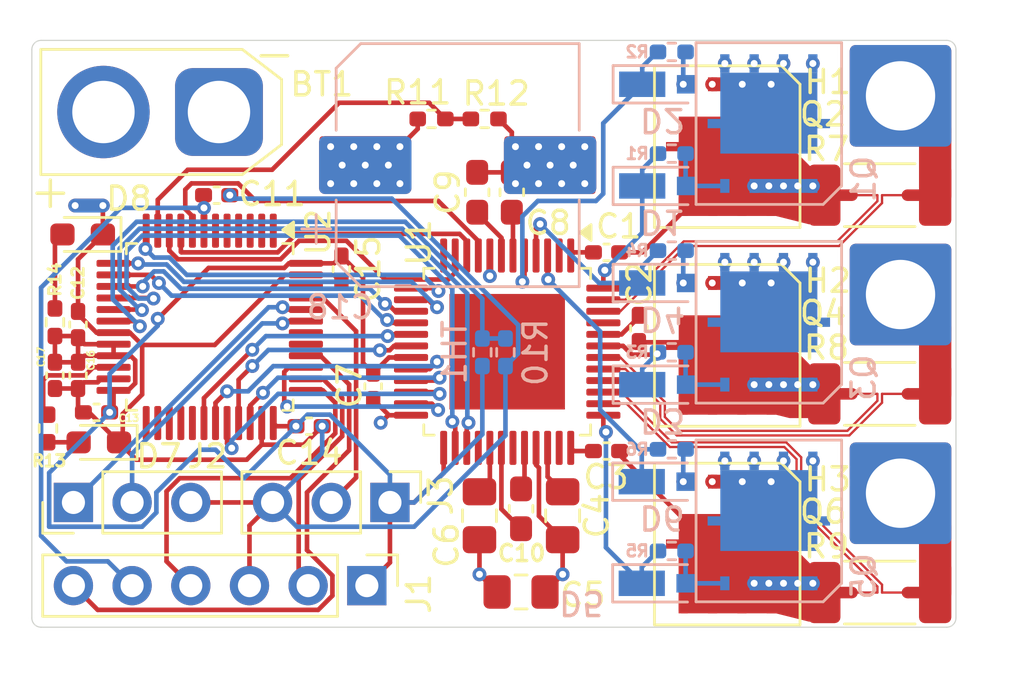
<source format=kicad_pcb>
(kicad_pcb (version 20240108) (generator "pcbnew") (generator_version "8.0")
  (layers (0 "F.Cu" signal) (1 "In1.Cu" power) (2 "In2.Cu" power) (31 "B.Cu" signal) (34 "B.Paste" user) (35 "F.Paste" user) (36 "B.SilkS" user "B.Silkscreen") (37 "F.SilkS" user "F.Silkscreen") (38 "B.Mask" user) (39 "F.Mask" user) (44 "Edge.Cuts" user))
  (net 0 "")
  (net 1 "-BATT")
  (net 2 "+BATT")
  (net 3 "Net-(U1-CU)")
  (net 4 "Net-(U1-CV)")
  (net 5 "Net-(U1-CW)")
  (net 6 "Net-(U1-VCP)")
  (net 7 "Net-(U1-VSA)")
  (net 8 "GND")
  (net 9 "+3V3")
  (net 10 "Net-(U1-12VOUT)")
  (net 11 "Net-(U1-5VOUT)")
  (net 12 "Net-(U1-CPI)")
  (net 13 "Net-(U1-CPO)")
  (net 14 "/NRST")
  (net 15 "Net-(D1-A)")
  (net 16 "/HSU")
  (net 17 "Net-(D2-A)")
  (net 18 "/LSU")
  (net 19 "Net-(D3-A)")
  (net 20 "/HSV")
  (net 21 "/LSV")
  (net 22 "Net-(D4-A)")
  (net 23 "/HSW")
  (net 24 "Net-(D5-A)")
  (net 25 "/LSW")
  (net 26 "Net-(D6-A)")
  (net 27 "/SWDIO")
  (net 28 "/SWCLK")
  (net 29 "/SWO")
  (net 30 "/TX")
  (net 31 "/RX")
  (net 32 "/BOOT")
  (net 33 "/U Phase")
  (net 34 "/V Phase")
  (net 35 "/W Phase")
  (net 36 "/U Out")
  (net 37 "/V Out")
  (net 38 "/W Out")
  (net 39 "/Temp")
  (net 40 "/VBat")
  (net 42 "/MOSI")
  (net 43 "/WL")
  (net 44 "/U Cur")
  (net 46 "/W Cur")
  (net 52 "/V Cur")
  (net 55 "/UH")
  (net 56 "/SCK")
  (net 57 "/MISO")
  (net 60 "/VH")
  (net 61 "/Enable")
  (net 62 "/CS")
  (net 64 "/VL")
  (net 65 "/Fault")
  (net 67 "/WH")
  (net 69 "/UL")
  (net 71 "Net-(D7-A)")
  (net 72 "Net-(D8-A)")
  (net 73 "Net-(U2-PB10)")
  (net 74 "/U Sense-")
  (net 75 "/V Sense-")
  (net 76 "/W Sense-")
  (net 77 "/U Sense+")
  (net 78 "/V Sense+")
  (net 79 "/W Sense+")
  (footprint "Resistor_SMD:R_2010_5025Metric_Pad1.40x2.65mm_HandSolder" (layer "F.Cu") (at 136.7 115.3)
    (property "Reference" "R8")
    (property "Value" "1m_1%_1W5")
  )
  (footprint "Diode_SMD:D_0603_1608Metric_Pad1.05x0.95mm_HandSolder" (layer "F.Cu") (at 102.9 117.4 180)
    (property "Reference" "D7")
    (property "Value" "LED")
  )
  (footprint "Capacitor_SMD:C_0402_1005Metric_Pad0.74x0.62mm_HandSolder" (layer "F.Cu") (at 102 112.3 90)
    (property "Reference" "C12")
    (property "Value" "100n")
  )
  (footprint "NetTie:NetTie-2_SMD_Pad0.5mm" (layer "F.Cu") (at 138.4 115.3)
    (property "Reference" "NT4" (hide yes))
    (property "Value" "NetTie_2" (hide yes))
  )
  (footprint "NetTie:NetTie-2_SMD_Pad0.5mm" (layer "F.Cu") (at 138.4 123.9)
    (property "Reference" "NT6" (hide yes))
    (property "Value" "NetTie_2" (hide yes))
  )
  (footprint "Package_QFP:LQFP-48_7x7mm_P0.5mm" (layer "F.Cu") (at 107.7 112.4 -90)
    (property "Reference" "U2")
    (property "Value" "STM32G491CET6")
  )
  (footprint "Package_QFP:TQFP-48-1EP_7x7mm_P0.5mm_EP5x5mm" (layer "F.Cu") (at 120.575 113.475 -90)
    (property "Reference" "U1")
    (property "Value" "~")
  )
  (footprint "Connector_Wire:SolderWire-2.5sqmm_1x01_D2.4mm_OD4.4mm" (layer "F.Cu") (at 137.6 111)
    (property "Reference" "H2")
    (property "Value" "V Phase Hole")
  )
  (footprint "NetTie:NetTie-2_SMD_Pad0.5mm" (layer "F.Cu") (at 135 115.3)
    (property "Reference" "NT3" (hide yes))
    (property "Value" "NetTie_2" (hide yes))
  )
  (footprint "Capacitor_SMD:C_0402_1005Metric_Pad0.74x0.62mm_HandSolder" (layer "F.Cu") (at 102.8 116.1 180)
    (property "Reference" "C13")
    (property "Value" "100n")
  )
  (footprint "Capacitor_SMD:C_0603_1608Metric_Pad1.08x0.95mm_HandSolder" (layer "F.Cu") (at 120.775 106.575 -90)
    (property "Reference" "C8")
    (property "Value" "4u7")
  )
  (footprint "Brushless ESC:2-5Q1S" (layer "F.Cu") (at 130.1 113.2 180)
    (property "Reference" "Q4")
    (property "Value" "Q_NMOS_SGD")
  )
  (footprint "Capacitor_SMD:C_0402_1005Metric_Pad0.74x0.62mm_HandSolder" (layer "F.Cu") (at 114.775 114.975 -90)
    (property "Reference" "C7")
    (property "Value" "100n")
  )
  (footprint "Diode_SMD:D_0603_1608Metric_Pad1.05x0.95mm_HandSolder" (layer "F.Cu") (at 102.2 108.4 180)
    (property "Reference" "D8")
    (property "Value" "LED")
  )
  (footprint "Resistor_SMD:R_0402_1005Metric_Pad0.72x0.64mm_HandSolder" (layer "F.Cu") (at 101 112.2 -90)
    (property "Reference" "R14")
    (property "Value" "43R")
  )
  (footprint "Connector_Wire:SolderWire-2.5sqmm_1x01_D2.4mm_OD4.4mm" (layer "F.Cu") (at 137.6 102.4)
    (property "Reference" "H1")
    (property "Value" "U Phase Hole")
  )
  (footprint "Capacitor_SMD:C_0603_1608Metric_Pad1.08x0.95mm_HandSolder" (layer "F.Cu") (at 119.275 106.575 -90)
    (property "Reference" "C9")
    (property "Value" "2u2")
  )
  (footprint "Connector_Wire:SolderWire-2.5sqmm_1x01_D2.4mm_OD4.4mm" (layer "F.Cu") (at 137.6 119.6)
    (property "Reference" "H3")
    (property "Value" "W Phase Hole")
  )
  (footprint "Brushless ESC:2-5Q1S" (layer "F.Cu") (at 130.1 104.6 180)
    (property "Reference" "Q2")
    (property "Value" "Q_NMOS_SGD")
  )
  (footprint "NetTie:NetTie-2_SMD_Pad0.5mm" (layer "F.Cu") (at 138.4 106.7)
    (property "Reference" "NT2" (hide yes))
    (property "Value" "NetTie_2" (hide yes))
  )
  (footprint "Capacitor_SMD:C_0402_1005Metric_Pad0.74x0.62mm_HandSolder" (layer "F.Cu") (at 126.275 112.4675 -90)
    (property "Reference" "C2")
    (property "Value" "470n")
  )
  (footprint "Connector_PinHeader_2.54mm:PinHeader_1x03_P2.54mm_Vertical" (layer "F.Cu") (at 101.8 120 90)
    (property "Reference" "J2")
    (property "Value" "Conn_01x03")
  )
  (footprint "NetTie:NetTie-2_SMD_Pad0.5mm" (layer "F.Cu") (at 135 106.7)
    (property "Reference" "NT1" (hide yes))
    (property "Value" "NetTie_2" (hide yes))
  )
  (footprint "NetTie:NetTie-2_SMD_Pad0.5mm" (layer "F.Cu") (at 135 123.9)
    (property "Reference" "NT5" (hide yes))
    (property "Value" "NetTie_2" (hide yes))
  )
  (footprint "NetTie:NetTie-2_THT_Pad0.3mm" (layer "F.Cu") (at 103.074264 107.15 180)
    (property "Reference" "NT7" (hide yes))
    (property "Value" "NetTie_2" (hide yes))
  )
  (footprint "Capacitor_SMD:C_0805_2012Metric_Pad1.18x1.45mm_HandSolder" (layer "F.Cu") (at 121.175 123.875)
    (property "Reference" "C5")
    (property "Value" "100n")
  )
  (footprint "Capacitor_SMD:C_0402_1005Metric_Pad0.74x0.62mm_HandSolder" (layer "F.Cu") (at 102 114.5 -90)
    (property "Reference" "C16")
    (property "Value" "1u")
  )
  (footprint "Resistor_SMD:R_2010_5025Metric_Pad1.40x2.65mm_HandSolder" (layer "F.Cu") (at 136.7 106.7)
    (property "Reference" "R7")
    (property "Value" "1m_1%_1W5")
  )
  (footprint "Connector_PinHeader_2.54mm:PinHeader_1x03_P2.54mm_Vertical" (layer "F.Cu") (at 115.5 120 -90)
    (property "Reference" "J3")
    (property "Value" "Conn_01x03")
  )
  (footprint "Resistor_SMD:R_0402_1005Metric_Pad0.72x0.64mm_HandSolder" (layer "F.Cu") (at 100.7 116.7975 90)
    (property "Reference" "R13")
    (property "Value" "43R")
  )
  (footprint "Capacitor_SMD:C_0402_1005Metric_Pad0.74x0.62mm_HandSolder" (layer "F.Cu") (at 108 106.7)
    (property "Reference" "C11")
    (property "Value" "100n")
  )
  (footprint "Capacitor_SMD:C_0603_1608Metric_Pad1.08x0.95mm_HandSolder" (layer "F.Cu") (at 121.175 120.275 90)
    (property "Reference" "C10")
    (property "Value" "22n")
  )
  (footprint "Resistor_SMD:R_0402_1005Metric_Pad0.72x0.64mm_HandSolder" (layer "F.Cu") (at 117.3 103.4)
    (property "Reference" "R11")
    (property "Value" "21k_1%")
  )
  (footprint "Capacitor_SMD:C_0402_1005Metric_Pad0.74x0.62mm_HandSolder" (layer "F.Cu") (at 113.4 109.9 -90)
    (property "Reference" "C15")
    (property "Value" "100n")
  )
  (footprint "Resistor_SMD:R_2010_5025Metric_Pad1.40x2.65mm_HandSolder" (layer "F.Cu") (at 136.7 123.9)
    (property "Reference" "R9")
    (property "Value" "1m_1%_1W5")
  )
  (footprint "Connector_PinHeader_2.54mm:PinHeader_1x06_P2.54mm_Vertical" (layer "F.Cu") (at 114.5 123.6 -90)
    (property "Reference" "J1")
    (property "Value" "Conn_01x06")
  )
  (footprint "Connector_AMASS:AMASS_XT30U-F_1x02_P5.0mm_Vertical" (layer "F.Cu") (at 108.1 103.1 180)
    (property "Reference" "BT1")
    (property "Value" "Battery")
  )
  (footprint "Capacitor_SMD:C_0805_2012Metric_Pad1.18x1.45mm_HandSolder" (layer "F.Cu") (at 119.375 120.575 90)
    (property "Reference" "C6")
    (property "Value" "100n")
  )
  (footprint "Brushless ESC:2-5Q1S" (layer "F.Cu") (at 130.1 121.8 180)
    (property "Reference" "Q6")
    (property "Value" "Q_NMOS_SGD")
  )
  (footprint "Capacitor_SMD:C_0805_2012Metric_Pad1.18x1.45mm_HandSolder" (layer "F.Cu") (at 122.975 120.575 -90)
    (property "Reference" "C4")
    (property "Value" "100n")
  )
  (footprint "Capacitor_SMD:C_0402_1005Metric_Pad0.74x0.62mm_HandSolder" (layer "F.Cu") (at 124.875 117.775)
    (property "Reference" "C3")
    (property "Value" "470n")
  )
  (footprint "Resistor_SMD:R_0402_1005Metric_Pad0.72x0.64mm_HandSolder" (layer "F.Cu") (at 119.6 103.4)
    (property "Reference" "R12")
    (property "Value" "1k_1%")
  )
  (footprint "Capacitor_SMD:C_0402_1005Metric_Pad0.74x0.62mm_HandSolder" (layer "F.Cu") (at 124.875 109.175)
    (property "Reference" "C1")
    (property "Value" "470n")
  )
  (footprint "Capacitor_SMD:C_0402_1005Metric_Pad0.74x0.62mm_HandSolder" (layer "F.Cu") (at 101 114.5 -90)
    (property "Reference" "C17")
    (property "Value" "10u")
  )
  (footprint "Capacitor_SMD:C_0402_1005Metric_Pad0.74x0.62mm_HandSolder" (layer "F.Cu") (at 112 116.7)
    (property "Reference" "C14")
    (property "Value" "100n")
  )
  (footprint "Resistor_SMD:R_0402_1005Metric_Pad0.72x0.64mm_HandSolder" (layer "B.Cu") (at 127.7 113.5)
    (property "Reference" "R3")
    (property "Value" "10")
  )
  (footprint "Resistor_SMD:R_0402_1005Metric_Pad0.72x0.64mm_HandSolder" (layer "B.Cu") (at 127.7 117.7)
    (property "Reference" "R6")
    (property "Value" "10")
  )
  (footprint "Capacitor_SMD:CP_Elec_10x10" (layer "B.Cu") (at 118.4325 105.4)
    (property "Reference" "C18")
    (property "Value" "100u")
  )
  (footprint "Diode_SMD:D_MicroSMP_AK" (layer "B.Cu") (at 127.3 110.5)
    (property "Reference" "D4")
    (property "Value" "MSS1P3L")
  )
  (footprint "Resistor_SMD:R_0402_1005Metric_Pad0.72x0.64mm_HandSolder" (layer "B.Cu") (at 127.7 104.9)
    (property "Reference" "R1")
    (property "Value" "10")
  )
  (footprint "Resistor_SMD:R_0402_1005Metric_Pad0.72x0.64mm_HandSolder" (layer "B.Cu") (at 127.7 109.1)
    (property "Reference" "R4")
    (property "Value" "10")
  )
  (footprint "Resistor_SMD:R_0402_1005Metric_Pad0.72x0.64mm_HandSolder" (layer "B.Cu") (at 127.7 100.5)
    (property "Reference" "R2")
    (property "Value" "10")
  )
  (footprint "Resistor_SMD:R_0402_1005Metric_Pad0.72x0.64mm_HandSolder" (layer "B.Cu") (at 127.7 122.1)
    (property "Reference" "R5")
    (property "Value" "10")
  )
  (footprint "Diode_SMD:D_MicroSMP_AK" (layer "B.Cu") (at 127.3 106.3)
    (property "Reference" "D1")
    (property "Value" "MSS1P3L")
  )
  (footprint "Diode_SMD:D_MicroSMP_AK" (layer "B.Cu") (at 127.28 123.5)
    (property "Reference" "D5")
    (property "Value" "MSS1P3L")
  )
  (footprint "Resistor_SMD:R_0402_1005Metric_Pad0.72x0.64mm_HandSolder" (layer "B.Cu") (at 119.5 113.5 90)
    (property "Reference" "R10")
    (property "Value" "2k2_1%")
  )
  (footprint "Diode_SMD:D_MicroSMP_AK" (layer "B.Cu") (at 127.3 114.9)
    (property "Reference" "D3")
    (property "Value" "MSS1P3L")
  )
  (footprint "Brushless ESC:2-5Q1S" (layer "B.Cu") (at 131.9 103.6 180)
    (property "Reference" "Q1")
    (property "Value" "Q_NMOS_SGD")
  )
  (footprint "Brushless ESC:2-5Q1S" (layer "B.Cu") (at 131.9 120.8 180)
    (property "Reference" "Q5")
    (property "Value" "Q_NMOS_SGD")
  )
  (footprint "Resistor_SMD:R_0402_1005Metric_Pad0.72x0.64mm_HandSolder" (layer "B.Cu") (at 120.5 113.5 -90)
    (property "Reference" "TH1")
    (property "Value" "NTCG103JF103")
  )
  (footprint "Diode_SMD:D_MicroSMP_AK" (layer "B.Cu") (at 127.28 119.1)
    (property "Reference" "D6")
    (property "Value" "MSS1P3L")
  )
  (footprint "Diode_SMD:D_MicroSMP_AK" (layer "B.Cu") (at 127.3 101.9)
    (property "Reference" "D2")
    (property "Value" "MSS1P3L")
  )
  (footprint "Brushless ESC:2-5Q1S" (layer "B.Cu") (at 131.9 112.2 180)
    (property "Reference" "Q3")
    (property "Value" "Q_NMOS_SGD")
  )
  (gr_arc (start 140 125) (mid 139.882843 125.282843) (end 139.6 125.4) (stroke (width 0.05)) (layer "Edge.Cuts"))
  (gr_line (start 139.6 125.4) (end 100.4 125.4) (stroke (width 0.05)) (layer "Edge.Cuts"))
  (gr_line (start 100 125) (end 100 100.4) (stroke (width 0.05)) (layer "Edge.Cuts"))
  (gr_arc (start 100.4 125.4) (mid 100.117157 125.282843) (end 100 125) (stroke (width 0.05)) (layer "Edge.Cuts"))
  (gr_arc (start 100 100.4) (mid 100.117157 100.117157) (end 100.4 100) (stroke (width 0.05)) (layer "Edge.Cuts"))
  (gr_arc (start 139.6 100) (mid 139.882843 100.117157) (end 140 100.4) (stroke (width 0.05)) (layer "Edge.Cuts"))
  (gr_line (start 100.4 100) (end 139.6 100) (stroke (width 0.05)) (layer "Edge.Cuts"))
  (gr_line (start 140 100.4) (end 140 125) (stroke (width 0.05)) (layer "Edge.Cuts"))
  (segment (start 115.425 116.225) (end 115.1 116.55) (width 0.2) (layer "F.Cu") (net 1))
  (segment (start 120.775 103.9775) (end 120.1975 103.4) (width 0.2) (layer "F.Cu") (net 1))
  (segment (start 120.775 105.712499) (end 120.775 103.9775) (width 0.2) (layer "F.Cu") (net 1))
  (segment (start 129.45 101.9) (end 132 101.9) (width 0.6) (layer "F.Cu") (net 1))
  (segment (start 115.4575 116.225) (end 115.425 116.225) (width 0.2) (layer "F.Cu") (net 1))
  (segment (start 129.45 110.5) (end 132 110.5) (width 0.6) (layer "F.Cu") (net 1))
  (segment (start 120.775 105.712499) (end 119.275 105.712499) (width 0.2) (layer "F.Cu") (net 1))
  (segment (start 119.375 123.1125) (end 120.1375 123.875) (width 0.2) (layer "F.Cu") (net 1))
  (segment (start 119.825 110.2) (end 119.825 109.3125) (width 0.2) (layer "F.Cu") (net 1))
  (segment (start 119.375 121.6125) (end 119.375 123.1125) (width 0.2) (layer "F.Cu") (net 1))
  (segment (start 129.45 119.1) (end 132 119.1) (width 0.6) (layer "F.Cu") (net 1))
  (segment (start 114.775 115.5425) (end 115.4575 116.225) (width 0.2) (layer "F.Cu") (net 1))
  (segment (start 115.4575 116.225) (end 116.4125 116.225) (width 0.2) (layer "F.Cu") (net 1))
  (via (at 119.825 110.2) (size 0.6) (drill 0.3) (layers "F.Cu" "B.Cu") (net 1))
  (via blind (at 129.45 110.5) (size 0.6) (drill 0.3) (layers "F.Cu" "In1.Cu") (net 1))
  (via blind (at 132 101.9) (size 0.6) (drill 0.3) (layers "F.Cu" "In1.Cu") (net 1))
  (via (at 115.1 116.55) (size 0.6) (drill 0.3) (layers "F.Cu" "B.Cu") (net 1))
  (via (at 119.375 123.1125) (size 0.6) (drill 0.3) (layers "F.Cu" "B.Cu") (net 1))
  (via blind (at 130.75 101.9) (size 0.6) (drill 0.3) (layers "F.Cu" "In1.Cu") (net 1))
  (via blind (at 130.75 110.5) (size 0.6) (drill 0.3) (layers "F.Cu" "In1.Cu") (net 1))
  (via blind (at 129.45 119.1) (size 0.6) (drill 0.3) (layers "F.Cu" "In1.Cu") (net 1))
  (via blind (at 132 110.5) (size 0.6) (drill 0.3) (layers "F.Cu" "In1.Cu") (net 1))
  (via blind (at 132 119.1) (size 0.6) (drill 0.3) (layers "F.Cu" "In1.Cu") (net 1))
  (via blind (at 130.75 119.1) (size 0.6) (drill 0.3) (layers "F.Cu" "In1.Cu") (net 1))
  (via blind (at 129.45 101.9) (size 0.6) (drill 0.3) (layers "F.Cu" "In1.Cu") (net 1))
  (segment (start 121.824999 117.6375) (end 121.824999 118.374999) (width 0.2) (layer "F.Cu") (net 2))
  (segment (start 122.975 121.6125) (end 122.975 123.1125) (width 0.2) (layer "F.Cu") (net 2))
  (segment (start 121.95 118.5) (end 121.95 120.5875) (width 0.2) (layer "F.Cu") (net 2))
  (segment (start 122.975 123.1125) (end 122.2125 123.875) (width 0.2) (layer "F.Cu") (net 2))
  (segment (start 116.7025 103.4) (end 116.7025 103.83) (width 0.2) (layer "F.Cu") (net 2))
  (segment (start 121.824999 118.374999) (end 121.95 118.5) (width 0.2) (layer "F.Cu") (net 2))
  (segment (start 121.95 120.5875) (end 122.975 121.6125) (width 0.2) (layer "F.Cu") (net 2))
  (segment (start 116.7025 103.83) (end 115.9325 104.6) (width 0.2) (layer "F.Cu") (net 2))
  (via (at 131.265 118.2) (size 0.6) (drill 0.3) (layers "F.Cu" "B.Cu") (net 2))
  (via (at 132.535 118.2) (size 0.6) (drill 0.3) (layers "F.Cu" "B.Cu") (net 2))
  (via (at 133.805 101) (size 0.6) (drill 0.3) (layers "F.Cu" "B.Cu") (net 2))
  (via (at 129.995 109.6) (size 0.6) (drill 0.3) (layers "F.Cu" "B.Cu") (net 2))
  (via (at 129.995 101) (size 0.6) (drill 0.3) (layers "F.Cu" "B.Cu") (net 2))
  (via (at 122.975 123.1125) (size 0.6) (drill 0.3) (layers "F.Cu" "B.Cu") (net 2))
  (via (at 132.535 109.6) (size 0.6) (drill 0.3) (layers "F.Cu" "B.Cu") (net 2))
  (via (at 132.535 101) (size 0.6) (drill 0.3) (layers "F.Cu" "B.Cu") (net 2))
  (via (at 133.805 109.6) (size 0.6) (drill 0.3) (layers "F.Cu" "B.Cu") (net 2))
  (via (at 133.805 118.2) (size 0.6) (drill 0.3) (layers "F.Cu" "B.Cu") (net 2))
  (via (at 131.265 109.6) (size 0.6) (drill 0.3) (layers "F.Cu" "B.Cu") (net 2))
  (via (at 131.265 101) (size 0.6) (drill 0.3) (layers "F.Cu" "B.Cu") (net 2))
  (via (at 129.995 118.2) (size 0.6) (drill 0.3) (layers "F.Cu" "B.Cu") (net 2))
  (segment (start 123.4625 109.175) (end 123.325 109.3125) (width 0.2) (layer "F.Cu") (net 3))
  (segment (start 124.3075 109.175) (end 123.4625 109.175) (width 0.2) (layer "F.Cu") (net 3))
  (segment (start 125.525 112.725) (end 126.275 111.975) (width 0.2) (layer "F.Cu") (net 4))
  (segment (start 126.275 111.975) (end 126.275 111.9325) (width 0.2) (layer "F.Cu") (net 4))
  (segment (start 124.7375 112.725) (end 125.525 112.725) (width 0.2) (layer "F.Cu") (net 4))
  (segment (start 124.3075 117.775) (end 123.4625 117.775) (width 0.2) (layer "F.Cu") (net 5))
  (segment (start 123.4625 117.775) (end 123.325 117.6375) (width 0.2) (layer "F.Cu") (net 5))
  (segment (start 122.325 117.6375) (end 122.325 118.8875) (width 0.2) (layer "F.Cu") (net 6))
  (segment (start 122.325 118.8875) (end 122.975 119.5375) (width 0.2) (layer "F.Cu") (net 6))
  (segment (start 119.825 117.6375) (end 119.825 119.0875) (width 0.2) (layer "F.Cu") (net 7))
  (segment (start 119.825 119.0875) (end 119.375 119.5375) (width 0.2) (layer "F.Cu") (net 7))
  (segment (start 103.774999 117.4) (end 103.935 117.239999) (width 0.2) (layer "F.Cu") (net 8))
  (segment (start 109.420001 121) (end 110.420001 120) (width 0.2) (layer "F.Cu") (net 8))
  (segment (start 109.95 117.5) (end 111.7675 117.5) (width 0.2) (layer "F.Cu") (net 8))
  (segment (start 109.3 118.15) (end 109.95 117.5) (width 0.2) (layer "F.Cu") (net 8))
  (segment (start 111.8625 110.15) (end 113.0825 110.15) (width 0.2) (layer "F.Cu") (net 8))
  (segment (start 103 114.65) (end 102.85 114.8) (width 0.2) (layer "F.Cu") (net 8))
  (segment (start 103.5375 112.65) (end 102.800001 112.65) (width 0.2) (layer "F.Cu") (net 8))
  (segment (start 107.917893 113.182107) (end 110.95 110.15) (width 0.2) (layer "F.Cu") (net 8))
  (segment (start 103.074999 108.4) (end 102 109.474999) (width 0.2) (layer "F.Cu") (net 8))
  (segment (start 103.935 117.239999) (end 103.935 116.165) (width 0.2) (layer "F.Cu") (net 8))
  (segment (start 104.242893 112.65) (end 103.5375 112.65) (width 0.2) (layer "F.Cu") (net 8))
  (segment (start 102.85 114.8) (end 102.2675 114.8) (width 0.2) (layer "F.Cu") (net 8))
  (segment (start 102.2675 114.8) (end 102 115.0675) (width 0.2) (layer "F.Cu") (net 8))
  (segment (start 104.775 113.182107) (end 107.917893 113.182107) (width 0.2) (layer "F.Cu") (net 8))
  (segment (start 110.95 110.15) (end 111.8625 110.15) (width 0.2) (layer "F.Cu") (net 8))
  (segment (start 104.775 115.325) (end 104.775 113.182107) (width 0.2) (layer "F.Cu") (net 8))
  (segment (start 103.074999 108.4) (end 103.074999 107.150735) (width 0.2) (layer "F.Cu") (net 8))
  (segment (start 110.420001 120) (end 106.879999 120) (width 0.2) (layer "F.Cu") (net 8))
  (segment (start 103.5375 114.65) (end 103 114.65) (width 0.2) (layer "F.Cu") (net 8))
  (segment (start 109.95 117.5) (end 109.95 116.5625) (width 0.2) (layer "F.Cu") (net 8))
  (segment (start 103.935 116.165) (end 104.775 115.325) (width 0.2) (layer "F.Cu") (net 8))
  (segment (start 102 115.0675) (end 102 115.8675) (width 0.2) (layer "F.Cu") (net 8))
  (segment (start 113.0825 110.15) (end 113.4 110.4675) (width 0.2) (layer "F.Cu") (net 8))
  (segment (start 111.7675 117.5) (end 112.5675 116.7) (width 0.2) (layer "F.Cu") (net 8))
  (segment (start 104.524999 118.15) (end 109.3 118.15) (width 0.2) (layer "F.Cu") (net 8))
  (segment (start 103.774999 117.4) (end 104.524999 118.15) (width 0.2) (layer "F.Cu") (net 8))
  (segment (start 102.800001 112.65) (end 102 111.849999) (width 0.2) (layer "F.Cu") (net 8))
  (segment (start 102 111.849999) (end 102 111.7325) (width 0.2) (layer "F.Cu") (net 8))
  (segment (start 102.2325 116.1) (end 102.474999 116.1) (width 0.2) (layer "F.Cu") (net 8))
  (segment (start 102 109.474999) (end 102 111.7325) (width 0.2) (layer "F.Cu") (net 8))
  (segment (start 109.420001 123.6) (end 109.420001 121) (width 0.2) (layer "F.Cu") (net 8))
  (segment (start 103.074999 107.150735) (end 103.074264 107.15) (width 0.2) (layer "F.Cu") (net 8))
  (segment (start 102 115.8675) (end 102.2325 116.1) (width 0.2) (layer "F.Cu") (net 8))
  (segment (start 104.775 113.182107) (end 104.242893 112.65) (width 0.2) (layer "F.Cu") (net 8))
  (segment (start 102.474999 116.1) (end 103.774999 117.4) (width 0.2) (layer "F.Cu") (net 8))
  (segment (start 101 115.0675) (end 102 115.0675) (width 0.2) (layer "F.Cu") (net 8))
  (via (at 108.5675 106.7) (size 0.6) (drill 0.3) (layers "F.Cu" "B.Cu") (net 8))
  (via (at 112.5675 116.7) (size 0.6) (drill 0.3) (layers "F.Cu" "B.Cu") (net 8))
  (segment (start 111.470001 121.05) (end 110.420001 120) (width 0.2) (layer "B.Cu") (net 8))
  (segment (start 112.5675 117.852501) (end 112.5675 116.7) (width 0.2) (layer "B.Cu") (net 8))
  (segment (start 108.7175 106.85) (end 115.579899 106.85) (width 0.2) (layer "B.Cu") (net 8))
  (segment (start 108.5675 106.7) (end 108.7175 106.85) (width 0.2) (layer "B.Cu") (net 8))
  (segment (start 121.05 113.5475) (end 120.5 114.0975) (width 0.2) (layer "B.Cu") (net 8))
  (segment (start 121.05 112.320101) (end 121.05 113.5475) (width 0.2) (layer "B.Cu") (net 8))
  (segment (start 115.579899 106.85) (end 121.05 112.320101) (width 0.2) (layer "B.Cu") (net 8))
  (segment (start 120.5 114.0975) (end 120.5 117.1) (width 0.2) (layer "B.Cu") (net 8))
  (segment (start 116.55 121.05) (end 111.470001 121.05) (width 0.2) (layer "B.Cu") (net 8))
  (segment (start 110.420001 120) (end 112.5675 117.852501) (width 0.2) (layer "B.Cu") (net 8))
  (segment (start 120.5 117.1) (end 116.55 121.05) (width 0.2) (layer "B.Cu") (net 8))
  (segment (start 114.335 110.2675) (end 113.4 109.3325) (width 0.2) (layer "F.Cu") (net 9))
  (segment (start 115.5 122.6) (end 114.5 123.6) (width 0.2) (layer "F.Cu") (net 9))
  (segment (start 102.2825 113.15) (end 102 112.8675) (width 0.2) (layer "F.Cu") (net 9))
  (segment (start 111.4325 116.7) (end 110.5875 116.7) (width 0.2) (layer "F.Cu") (net 9))
  (segment (start 101 113.9325) (end 102 113.9325) (width 0.2) (layer "F.Cu") (net 9))
  (segment (start 116.4125 113.725) (end 115.4575 113.725) (width 0.2) (layer "F.Cu") (net 9))
  (segment (start 111.8625 109.65) (end 113.0825 109.65) (width 0.2) (layer "F.Cu") (net 9))
  (segment (start 117.825 117.6375) (end 117.825 118.725) (width 0.2) (layer "F.Cu") (net 9))
  (segment (start 117.825 118.725) (end 117.8 118.75) (width 0.2) (layer "F.Cu") (net 9))
  (segment (start 103.5375 113.649999) (end 103.5375 113.15) (width 0.2) (layer "F.Cu") (net 9))
  (segment (start 103.5375 113.649999) (end 102.282501 113.649999) (width 0.2) (layer "F.Cu") (net 9))
  (segment (start 101 112.7975) (end 101.93 112.7975) (width 0.2) (layer "F.Cu") (net 9))
  (segment (start 101.93 112.7975) (end 102 112.8675) (width 0.2) (layer "F.Cu") (net 9))
  (segment (start 101 113.9325) (end 101 112.7975) (width 0.2) (layer "F.Cu") (net 9))
  (segment (start 111.8625 109.65) (end 111.125001 109.65) (width 0.2) (layer "F.Cu") (net 9))
  (segment (start 113.0825 109.65) (end 113.4 109.3325) (width 0.2) (layer "F.Cu") (net 9))
  (segment (start 116.55 120) (end 117.8 118.75) (width 0.2) (layer "F.Cu") (net 9))
  (segment (start 110.5875 116.7) (end 110.45 116.5625) (width 0.2) (layer "F.Cu") (net 9))
  (segment (start 102 113.9325) (end 102 112.8675) (width 0.2) (layer "F.Cu") (net 9))
  (segment (start 104.274999 113.649999) (end 104.475 113.85) (width 0.2) (layer "F.Cu") (net 9))
  (segment (start 114.335 113.9675) (end 114.335 110.2675) (width 0.2) (layer "F.Cu") (net 9))
  (segment (start 114.775 114.4075) (end 114.335 113.9675) (width 0.2) (layer "F.Cu") (net 9))
  (segment (start 107.65 109.85) (end 105.45 112.05) (width 0.2) (layer "F.Cu") (net 9))
  (segment (start 103.5375 115.93) (end 103.3675 116.1) (width 0.2) (layer "F.Cu") (net 9))
  (segment (start 115.4575 113.725) (end 114.775 114.4075) (width 0.2) (layer "F.Cu") (net 9))
  (segment (start 104.475 113.85) (end 104.475 114.840988) (width 0.2) (layer "F.Cu") (net 9))
  (segment (start 103.5375 115.15) (end 103.5375 115.93) (width 0.2) (layer "F.Cu") (net 9))
  (segment (start 104.475 114.840988) (end 104.165988 115.15) (width 0.2) (layer "F.Cu") (net 9))
  (segment (start 110.925001 109.85) (end 107.65 109.85) (width 0.2) (layer "F.Cu") (net 9))
  (segment (start 102.282501 113.649999) (end 102 113.9325) (width 0.2) (layer "F.Cu") (net 9))
  (segment (start 111.125001 109.65) (end 110.925001 109.85) (width 0.2) (layer "F.Cu") (net 9))
  (segment (start 115.5 120) (end 115.5 122.6) (width 0.2) (layer "F.Cu") (net 9))
  (segment (start 115.5 120) (end 116.55 120) (width 0.2) (layer "F.Cu") (net 9))
  (segment (start 103.5375 113.15) (end 102.2825 113.15) (width 0.2) (layer "F.Cu") (net 9))
  (segment (start 104.165988 115.15) (end 103.5375 115.15) (width 0.2) (layer "F.Cu") (net 9))
  (segment (start 103.5375 113.649999) (end 104.274999 113.649999) (width 0.2) (layer "F.Cu") (net 9))
  (via (at 111.4325 116.7) (size 0.6) (drill 0.3) (layers "F.Cu" "B.Cu") (net 9))
  (via (at 103.3675 116.1) (size 0.6) (drill 0.3) (layers "F.Cu" "B.Cu") (net 9))
  (via (at 105.45 112.05) (size 0.6) (drill 0.3) (layers "F.Cu" "B.Cu") (net 9))
  (segment (start 112.9 116.2) (end 115.5 118.8) (width 0.2) (layer "B.Cu") (net 9))
  (segment (start 111.4325 116.7) (end 109.1825 118.95) (width 0.2) (layer "B.Cu") (net 9))
  (segment (start 100.75 118.7175) (end 103.3675 116.1) (width 0.2) (layer "B.Cu") (net 9))
  (segment (start 105.45 112.05) (end 105.45 112.35) (width 0.2) (layer "B.Cu") (net 9))
  (segment (start 109.1825 118.95) (end 107.95 117.7175) (width 0.2) (layer "B.Cu") (net 9))
  (segment (start 100.75 121.05) (end 100.75 118.7175) (width 0.2) (layer "B.Cu") (net 9))
  (segment (start 111.9325 116.2) (end 112.9 116.2) (width 0.2) (layer "B.Cu") (net 9))
  (segment (start 119.5 117.05) (end 116.55 120) (width 0.2) (layer "B.Cu") (net 9))
  (segment (start 119.5 114.0975) (end 119.5 117.05) (width 0.2) (layer "B.Cu") (net 9))
  (segment (start 105.45 112.35) (end 103.3675 114.4325) (width 0.2) (layer "B.Cu") (net 9))
  (segment (start 105.39 120.434925) (end 104.774925 121.05) (width 0.2) (layer "B.Cu") (net 9))
  (segment (start 107.95 117.7175) (end 107.237575 117.7175) (width 0.2) (layer "B.Cu") (net 9))
  (segment (start 103.3675 114.4325) (end 103.3675 116.1) (width 0.2) (layer "B.Cu") (net 9))
  (segment (start 107.237575 117.7175) (end 105.39 119.565075) (width 0.2) (layer "B.Cu") (net 9))
  (segment (start 104.774925 121.05) (end 100.75 121.05) (width 0.2) (layer "B.Cu") (net 9))
  (segment (start 116.55 120) (end 115.5 120) (width 0.2) (layer "B.Cu") (net 9))
  (segment (start 115.5 118.8) (end 115.5 120) (width 0.2) (layer "B.Cu") (net 9))
  (segment (start 111.4325 116.7) (end 111.9325 116.2) (width 0.2) (layer "B.Cu") (net 9))
  (segment (start 105.39 119.565075) (end 105.39 120.434925) (width 0.2) (layer "B.Cu") (net 9))
  (segment (start 120.825 107.487501) (end 120.775 107.437501) (width 0.2) (layer "F.Cu") (net 10))
  (segment (start 120.825 109.3125) (end 120.825 107.487501) (width 0.2) (layer "F.Cu") (net 10))
  (segment (start 119.275 107.49259) (end 120.325 108.54259) (width 0.2) (layer "F.Cu") (net 11))
  (segment (start 120.325 108.54259) (end 120.325 109.3125) (width 0.2) (layer "F.Cu") (net 11))
  (segment (start 119.275 107.437501) (end 119.275 107.49259) (width 0.2) (layer "F.Cu") (net 11))
  (segment (start 121.325 119.262499) (end 121.175 119.412499) (width 0.2) (layer "F.Cu") (net 12))
  (segment (start 121.325 117.6375) (end 121.325 119.262499) (width 0.2) (layer "F.Cu") (net 12))
  (segment (start 120.325 117.6375) (end 120.325 120.287501) (width 0.2) (layer "F.Cu") (net 13))
  (segment (start 120.325 120.287501) (end 121.175 121.137501) (width 0.2) (layer "F.Cu") (net 13))
  (segment (start 107.45 107.25) (end 107.45 106.7175) (width 0.2) (layer "F.Cu") (net 14))
  (segment (start 107.45 106.7175) (end 107.4325 106.7) (width 0.2) (layer "F.Cu") (net 14))
  (segment (start 107.45 108.2375) (end 107.45 107.25) (width 0.2) (layer "F.Cu") (net 14))
  (via (at 107.45 107.25) (size 0.6) (drill 0.3) (layers "F.Cu" "B.Cu") (net 14))
  (segment (start 104.34 123.6) (end 103.29 122.55) (width 0.2) (layer "B.Cu") (net 14))
  (segment (start 100.4 121.45) (end 100.4 110.7) (width 0.2) (layer "B.Cu") (net 14))
  (segment (start 101.5 122.55) (end 100.4 121.45) (width 0.2) (layer "B.Cu") (net 14))
  (segment (start 103.29 122.55) (end 101.5 122.55) (width 0.2) (layer "B.Cu") (net 14))
  (segment (start 103.85 107.25) (end 107.45 107.25) (width 0.2) (layer "B.Cu") (net 14))
  (segment (start 100.4 110.7) (end 103.85 107.25) (width 0.2) (layer "B.Cu") (net 14))
  (segment (start 128.2975 104.9) (end 128.2975 106.2775) (width 0.2) (layer "B.Cu") (net 15))
  (segment (start 129.995 106.3) (end 128.32 106.3) (width 0.2) (layer "B.Cu") (net 15))
  (segment (start 128.2975 106.2775) (end 128.32 106.3) (width 0.2) (layer "B.Cu") (net 15))
  (segment (start 124.7375 110.0125) (end 124.8 109.95) (width 0.2) (layer "F.Cu") (net 16))
  (segment (start 124.7375 110.725) (end 124.7375 110.0125) (width 0.2) (layer "F.Cu") (net 16))
  (via (at 124.8 109.95) (size 0.6) (drill 0.3) (layers "F.Cu" "B.Cu") (net 16))
  (segment (start 126.42 108.33) (end 126.42 106.3) (width 0.2) (layer "B.Cu") (net 16))
  (segment (start 126.42 105.5825) (end 127.1025 104.9) (width 0.2) (layer "B.Cu") (net 16))
  (segment (start 126.42 106.3) (end 126.42 105.5825) (width 0.2) (layer "B.Cu") (net 16))
  (segment (start 124.8 109.95) (end 126.42 108.33) (width 0.2) (layer "B.Cu") (net 16))
  (via (at 128.195 101.9) (size 0.6) (drill 0.3) (layers "F.Cu" "B.Cu") (net 17))
  (segment (start 128.195 101.9) (end 128.195 100.7025) (width 0.2) (layer "B.Cu") (net 17))
  (segment (start 128.195 100.7025) (end 128.2975 100.6) (width 0.2) (layer "B.Cu") (net 17))
  (segment (start 128.32 100.6225) (end 128.2975 100.6) (width 0.2) (layer "B.Cu") (net 17))
  (segment (start 121.325 110.351588) (end 121.325 109.3125) (width 0.2) (layer "F.Cu") (net 18))
  (segment (start 121.231625 110.444963) (end 121.325 110.351588) (width 0.2) (layer "F.Cu") (net 18))
  (via (at 121.231625 110.444963) (size 0.6) (drill 0.3) (layers "F.Cu" "B.Cu") (net 18))
  (segment (start 124.417244 106.95) (end 124.7325 106.634744) (width 0.2) (layer "B.Cu") (net 18))
  (segment (start 126.97 100.6) (end 127.1025 100.6) (width 0.2) (layer "B.Cu") (net 18))
  (segment (start 126.42 101.9) (end 126.42 101.15) (width 0.2) (layer "B.Cu") (net 18))
  (segment (start 126.42 101.15) (end 126.97 100.6) (width 0.2) (layer "B.Cu") (net 18))
  (segment (start 121.231625 110.444963) (end 121.231625 107.618375) (width 0.2) (layer "B.Cu") (net 18))
  (segment (start 124.7325 103.5875) (end 126.42 101.9) (width 0.2) (layer "B.Cu") (net 18))
  (segment (start 121.9 106.95) (end 124.417244 106.95) (width 0.2) (layer "B.Cu") (net 18))
  (segment (start 121.231625 107.618375) (end 121.9 106.95) (width 0.2) (layer "B.Cu") (net 18))
  (segment (start 124.7325 106.634744) (end 124.7325 103.5875) (width 0.2) (layer "B.Cu") (net 18))
  (segment (start 129.995 114.9) (end 128.32 114.9) (width 0.2) (layer "B.Cu") (net 19))
  (segment (start 128.2975 113.5) (end 128.2975 114.8775) (width 0.2) (layer "B.Cu") (net 19))
  (segment (start 128.2975 114.8775) (end 128.32 114.9) (width 0.2) (layer "B.Cu") (net 19))
  (segment (start 127.030599 113.6025) (end 127.065599 113.5675) (width 0.2) (layer "F.Cu") (net 20))
  (segment (start 125.591158 113.225) (end 125.968658 113.6025) (width 0.2) (layer "F.Cu") (net 20))
  (segment (start 124.7375 113.225) (end 125.591158 113.225) (width 0.2) (layer "F.Cu") (net 20))
  (segment (start 125.968658 113.6025) (end 127.030599 113.6025) (width 0.2) (layer "F.Cu") (net 20))
  (via (at 127.065599 113.5675) (size 0.6) (drill 0.3) (layers "F.Cu" "B.Cu") (net 20))
  (segment (start 126.42 114.9) (end 126.42 114.213099) (width 0.2) (layer "B.Cu") (net 20))
  (segment (start 126.42 114.213099) (end 127.065599 113.5675) (width 0.2) (layer "B.Cu") (net 20))
  (segment (start 121.824999 109.3125) (end 121.824999 108.125001) (width 0.2) (layer "F.Cu") (net 21))
  (segment (start 121.824999 108.125001) (end 122 107.95) (width 0.2) (layer "F.Cu") (net 21))
  (via (at 122 107.95) (size 0.6) (drill 0.3) (layers "F.Cu" "B.Cu") (net 21))
  (segment (start 126.42 109.7825) (end 127.1025 109.1) (width 0.2) (layer "B.Cu") (net 21))
  (segment (start 122 107.95) (end 124.55 110.5) (width 0.2) (layer "B.Cu") (net 21))
  (segment (start 126.42 110.5) (end 126.42 109.7825) (width 0.2) (layer "B.Cu") (net 21))
  (segment (start 124.55 110.5) (end 126.42 110.5) (width 0.2) (layer "B.Cu") (net 21))
  (via (at 128.195 110.5) (size 0.6) (drill 0.3) (layers "F.Cu" "B.Cu") (net 22))
  (segment (start 128.195 110.5) (end 128.195 109.2025) (width 0.2) (layer "B.Cu") (net 22))
  (segment (start 128.195 109.2025) (end 128.2975 109.1) (width 0.2) (layer "B.Cu") (net 22))
  (segment (start 124.7375 116.225) (end 124.7375 116.8375) (width 0.2) (layer "F.Cu") (net 23))
  (segment (start 124.7375 116.8375) (end 124.85 116.95) (width 0.2) (layer "F.Cu") (net 23))
  (via (at 124.85 116.95) (size 0.6) (drill 0.3) (layers "F.Cu" "B.Cu") (net 23))
  (segment (start 124.85 121.95) (end 126.4 123.5) (width 0.2) (layer "B.Cu") (net 23))
  (segment (start 124.85 116.95) (end 124.85 121.95) (width 0.2) (layer "B.Cu") (net 23))
  (segment (start 127.1025 122.1) (end 127.1 122.1) (width 0.2) (layer "B.Cu") (net 23))
  (segment (start 126.4 122.8) (end 126.4 123.5) (width 0.2) (layer "B.Cu") (net 23))
  (segment (start 127.1 122.1) (end 126.4 122.8) (width 0.2) (layer "B.Cu") (net 23))
  (segment (start 128.2975 122.1) (end 128.2975 123.4975) (width 0.2) (layer "B.Cu") (net 24))
  (segment (start 128.2975 123.4975) (end 128.3 123.5) (width 0.2) (layer "B.Cu") (net 24))
  (segment (start 129.995 123.5) (end 128.3 123.5) (width 0.2) (layer "B.Cu") (net 24))
  (segment (start 122.325 109.3125) (end 122.325 110.325) (width 0.2) (layer "F.Cu") (net 25))
  (segment (start 122.325 110.325) (end 122.35 110.35) (width 0.2) (layer "F.Cu") (net 25))
  (via (at 122.35 110.35) (size 0.6) (drill 0.3) (layers "F.Cu" "B.Cu") (net 25))
  (segment (start 126.4 119.1) (end 126.4 117.75) (width 0.2) (layer "B.Cu") (net 25))
  (segment (start 122.35 110.35) (end 124.6 112.6) (width 0.2) (layer "B.Cu") (net 25))
  (segment (start 124.6 115.992893) (end 126.307107 117.7) (width 0.2) (layer "B.Cu") (net 25))
  (segment (start 126.4 117.75) (end 126.45 117.7) (width 0.2) (layer "B.Cu") (net 25))
  (segment (start 126.307107 117.7) (end 126.45 117.7) (width 0.2) (layer "B.Cu") (net 25))
  (segment (start 124.6 112.6) (end 124.6 115.992893) (width 0.2) (layer "B.Cu") (net 25))
  (segment (start 126.45 117.7) (end 127.1025 117.7) (width 0.2) (layer "B.Cu") (net 25))
  (via (at 128.195 119.1) (size 0.6) (drill 0.3) (layers "F.Cu" "B.Cu") (net 26))
  (segment (start 128.195 117.8025) (end 128.2975 117.7) (width 0.2) (layer "B.Cu") (net 26))
  (segment (start 128.195 119.1) (end 128.195 117.8025) (width 0.2) (layer "B.Cu") (net 26))
  (segment (start 111.191342 118.95) (end 106.4 118.95) (width 0.2) (layer "F.Cu") (net 27))
  (segment (start 106.4 118.95) (end 105.829999 119.520001) (width 0.2) (layer "F.Cu") (net 27))
  (segment (start 105.829999 119.520001) (end 105.829999 122.549999) (width 0.2) (layer "F.Cu") (net 27))
  (segment (start 111.8625 115.15) (end 112.6 115.15) (width 0.2) (layer "F.Cu") (net 27))
  (segment (start 113.135 115.685) (end 113.135 117.006342) (width 0.2) (layer "F.Cu") (net 27))
  (segment (start 113.135 117.006342) (end 111.191342 118.95) (width 0.2) (layer "F.Cu") (net 27))
  (segment (start 105.829999 122.549999) (end 106.88 123.6) (width 0.2) (layer "F.Cu") (net 27))
  (segment (start 112.6 115.15) (end 113.135 115.685) (width 0.2) (layer "F.Cu") (net 27))
  (segment (start 113.435 117.130606) (end 111.55 119.015606) (width 0.2) (layer "F.Cu") (net 28))
  (segment (start 111.55 119.015606) (end 111.55 123.19) (width 0.2) (layer "F.Cu") (net 28))
  (segment (start 111.8625 114.65) (end 112.599999 114.65) (width 0.2) (layer "F.Cu") (net 28))
  (segment (start 112.599999 114.65) (end 113.435 115.485001) (width 0.2) (layer "F.Cu") (net 28))
  (segment (start 113.435 115.485001) (end 113.435 117.130606) (width 0.2) (layer "F.Cu") (net 28))
  (segment (start 111.55 123.19) (end 111.96 123.6) (width 0.2) (layer "F.Cu") (net 28))
  (segment (start 113.01 124.034925) (end 112.394925 124.65) (width 0.2) (layer "F.Cu") (net 29))
  (segment (start 113.01 123.165075) (end 113.01 124.034925) (width 0.2) (layer "F.Cu") (net 29))
  (segment (start 112.490987 113.649999) (end 113.735 114.894012) (width 0.2) (layer "F.Cu") (net 29))
  (segment (start 111.91 119.565075) (end 111.91 122.065075) (width 0.2) (layer "F.Cu") (net 29))
  (segment (start 113.735 117.740075) (end 111.91 119.565075) (width 0.2) (layer "F.Cu") (net 29))
  (segment (start 102.85 124.65) (end 101.8 123.6) (width 0.2) (layer "F.Cu") (net 29))
  (segment (start 111.8625 113.649999) (end 112.490987 113.649999) (width 0.2) (layer "F.Cu") (net 29))
  (segment (start 111.91 122.065075) (end 113.01 123.165075) (width 0.2) (layer "F.Cu") (net 29))
  (segment (start 113.735 114.894012) (end 113.735 117.740075) (width 0.2) (layer "F.Cu") (net 29))
  (segment (start 112.394925 124.65) (end 102.85 124.65) (width 0.2) (layer "F.Cu") (net 29))
  (segment (start 111.8625 112.15) (end 110.95 112.15) (width 0.2) (layer "F.Cu") (net 30))
  (segment (start 110.95 112.15) (end 110.85 112.25) (width 0.2) (layer "F.Cu") (net 30))
  (via (at 110.85 112.25) (size 0.6) (drill 0.3) (layers "F.Cu" "B.Cu") (net 30))
  (segment (start 110.85 112.25) (end 109.974264 112.25) (width 0.2) (layer "B.Cu") (net 30))
  (segment (start 109.974264 112.25) (end 104.34 117.884264) (width 0.2) (layer "B.Cu") (net 30))
  (segment (start 104.34 117.884264) (end 104.34 120) (width 0.2) (layer "B.Cu") (net 30))
  (segment (start 110.951651 111.65) (end 110.851653 111.550002) (width 0.2) (layer "F.Cu") (net 31))
  (segment (start 111.8625 111.65) (end 110.951651 111.65) (width 0.2) (layer "F.Cu") (net 31))
  (via (at 110.851653 111.550002) (size 0.6) (drill 0.3) (layers "F.Cu" "B.Cu") (net 31))
  (segment (start 110.249998 111.550002) (end 101.8 120) (width 0.2) (layer "B.Cu") (net 31))
  (segment (start 110.851653 111.550002) (end 110.249998 111.550002) (width 0.2) (layer "B.Cu") (net 31))
  (segment (start 111.8625 111.150001) (end 112.599999 111.150001) (width 0.2) (layer "F.Cu") (net 32))
  (segment (start 114.035 118.925) (end 112.96 120) (width 0.2) (layer "F.Cu") (net 32))
  (segment (start 112.599999 111.150001) (end 114.035 112.585002) (width 0.2) (layer "F.Cu") (net 32))
  (segment (start 114.035 112.585002) (end 114.035 118.925) (width 0.2) (layer "F.Cu") (net 32))
  (segment (start 130.735 105.685) (end 130.1 105.05) (width 0.2) (layer "F.Cu") (net 33))
  (segment (start 132.005 107.2) (end 130.735 107.2) (width 0.2) (layer "F.Cu") (net 33))
  (segment (start 128.195 106.955) (end 130.1 105.05) (width 0.2) (layer "F.Cu") (net 33))
  (segment (start 130.1 104.6) (end 130.1 105.05) (width 0.2) (layer "F.Cu") (net 33))
  (segment (start 129.465 105.685) (end 129.465 107.2) (width 0.2) (layer "F.Cu") (net 33))
  (segment (start 130.735 107.2) (end 130.735 105.685) (width 0.2) (layer "F.Cu") (net 33))
  (segment (start 130.735 107.2) (end 129.465 107.2) (width 0.2) (layer "F.Cu") (net 33))
  (segment (start 133.8 107.2) (end 132.005 107.2) (width 0.2) (layer "F.Cu") (net 33))
  (segment (start 125.4425 109.175) (end 126.425 109.175) (width 0.2) (layer "F.Cu") (net 33))
  (segment (start 129.465 107.2) (end 128.195 107.2) (width 0.2) (layer "F.Cu") (net 33))
  (segment (start 128.195 107.2) (end 128.195 106.955) (width 0.2) (layer "F.Cu") (net 33))
  (segment (start 126.425 109.175) (end 128.195 107.405) (width 0.2) (layer "F.Cu") (net 33))
  (segment (start 134.3 106.7) (end 133.8 107.2) (width 0.2) (layer "F.Cu") (net 33))
  (segment (start 128.195 107.405) (end 128.195 107.2) (width 0.2) (layer "F.Cu") (net 33))
  (segment (start 130.1 105.05) (end 129.465 105.685) (width 0.2) (layer "F.Cu") (net 33))
  (segment (start 134.3 106.7) (end 134.3 106.2) (width 0.2) (layer "F.Cu") (net 33))
  (segment (start 134.3 106.2) (end 132.7 104.6) (width 0.2) (layer "F.Cu") (net 33))
  (segment (start 132.7 104.6) (end 130.1 104.6) (width 0.2) (layer "F.Cu") (net 33))
  (segment (start 132.005 107.2) (end 132.005 106.955) (width 0.2) (layer "F.Cu") (net 33))
  (via (at 133.805 106.3) (size 0.6) (drill 0.3) (layers "F.Cu" "B.Cu") (net 33))
  (via (at 132.535 106.3) (size 0.6) (drill 0.3) (layers "F.Cu" "B.Cu") (net 33))
  (via (at 131.265 106.3) (size 0.6) (drill 0.3) (layers "F.Cu" "B.Cu") (net 33))
  (via (at 133.15 106.3) (size 0.6) (drill 0.3) (layers "F.Cu" "B.Cu") (net 33))
  (via (at 131.9 106.3) (size 0.6) (drill 0.3) (layers "F.Cu" "B.Cu") (net 33))
  (segment (start 131.9 106.3) (end 133.15 106.3) (width 0.6) (layer "B.Cu") (net 33))
  (segment (start 133.15 106.3) (end 133.805 106.3) (width 0.6) (layer "B.Cu") (net 33))
  (segment (start 131.265 106.3) (end 131.9 106.3) (width 0.6) (layer "B.Cu") (net 33))
  (segment (start 132.005 115.8) (end 130.735 115.8) (width 0.2) (layer "F.Cu") (net 34))
  (segment (start 132.7 113.2) (end 130.1 113.2) (width 0.2) (layer "F.Cu") (net 34))
  (segment (start 132.005 115.8) (end 132.005 115.555) (width 0.2) (layer "F.Cu") (net 34))
  (segment (start 129.9675 113.0675) (end 130.1 113.2) (width 0.2) (layer "F.Cu") (net 34))
  (segment (start 129.465 114.285) (end 130.1 113.65) (width 0.2) (layer "F.Cu") (net 34))
  (segment (start 129.465 115.8) (end 129.465 114.285) (width 0.2) (layer "F.Cu") (net 34))
  (segment (start 133.8 115.8) (end 132.005 115.8) (width 0.2) (layer "F.Cu") (net 34))
  (segment (start 128.195 115.555) (end 130.1 113.65) (width 0.2) (layer "F.Cu") (net 34))
  (segment (start 130.1 113.2) (end 130.1 113.65) (width 0.2) (layer "F.Cu") (net 34))
  (segment (start 130.735 115.8) (end 129.465 115.8) (width 0.2) (layer "F.Cu") (net 34))
  (segment (start 130.735 115.8) (end 130.735 114.285) (width 0.2) (layer "F.Cu") (net 34))
  (segment (start 134.3 115.3) (end 133.8 115.8) (width 0.2) (layer "F.Cu") (net 34))
  (segment (start 130.735 114.285) (end 130.1 113.65) (width 0.2) (layer "F.Cu") (net 34))
  (segment (start 134.3 115.3) (end 134.3 114.8) (width 0.2) (layer "F.Cu") (net 34))
  (segment (start 134.3 114.8) (end 132.7 113.2) (width 0.2) (layer "F.Cu") (net 34))
  (segment (start 129.465 115.8) (end 128.195 115.8) (width 0.2) (layer "F.Cu") (net 34))
  (segment (start 128.195 115.8) (end 128.195 115.555) (width 0.2) (layer "F.Cu") (net 34))
  (segment (start 126.275 113.0675) (end 129.9675 113.0675) (width 0.2) (layer "F.Cu") (net 34))
  (via (at 131.265 114.9) (size 0.6) (drill 0.3) (layers "F.Cu" "B.Cu") (net 34))
  (via (at 133.805 114.9) (size 0.6) (drill 0.3) (layers "F.Cu" "B.Cu") (net 34))
  (via (at 133.15 114.9) (size 0.6) (drill 0.3) (layers "F.Cu" "B.Cu") (net 34))
  (via (at 132.535 114.9) (size 0.6) (drill 0.3) (layers "F.Cu" "B.Cu") (net 34))
  (via (at 131.9 114.9) (size 0.6) (drill 0.3) (layers "F.Cu" "B.Cu") (net 34))
  (segment (start 133.15 114.9) (end 133.805 114.9) (width 0.6) (layer "B.Cu") (net 34))
  (segment (start 131.9 114.9) (end 133.15 114.9) (width 0.6) (layer "B.Cu") (net 34))
  (segment (start 131.265 114.9) (end 131.9 114.9) (width 0.6) (layer "B.Cu") (net 34))
  (segment (start 133.8 123.9) (end 133.3 124.4) (width 0.2) (layer "F.Cu") (net 35))
  (segment (start 125.4425 117.9425) (end 125.4425 117.775) (width 0.2) (layer "F.Cu") (net 35))
  (segment (start 132.005 124.4) (end 130.735 124.4) (width 0.2) (layer "F.Cu") (net 35))
  (segment (start 132.7 121.8) (end 130.1 121.8) (width 0.2) (layer "F.Cu") (net 35))
  (segment (start 130.735 124.4) (end 130.735 122.885) (width 0.2) (layer "F.Cu") (net 35))
  (segment (start 134.3 123.4) (end 132.7 121.8) (width 0.2) (layer "F.Cu") (net 35))
  (segment (start 134.3 123.9) (end 134.3 123.4) (width 0.2) (layer "F.Cu") (net 35))
  (segment (start 130.735 122.885) (end 130.1 122.25) (width 0.2) (layer "F.Cu") (net 35))
  (segment (start 129.465 124.4) (end 128.195 124.4) (width 0.2) (layer "F.Cu") (net 35))
  (segment (start 129.465 124.4) (end 129.465 122.885) (width 0.2) (layer "F.Cu") (net 35))
  (segment (start 128.195 124.4) (end 128.195 124.155) (width 0.2) (layer "F.Cu") (net 35))
  (segment (start 128.195 124.155) (end 130.1 122.25) (width 0.2) (layer "F.Cu") (net 35))
  (segment (start 130.1 121.8) (end 129.3 121.8) (width 0.2) (layer "F.Cu") (net 35))
  (segment (start 134.3 123.9) (end 133.805 123.5) (width 0.2) (layer "F.Cu") (net 35))
  (segment (start 132.005 124.4) (end 132.005 124.155) (width 0.2) (layer "F.Cu") (net 35))
  (segment (start 129.465 122.885) (end 130.1 122.25) (width 0.2) (layer "F.Cu") (net 35))
  (segment (start 130.735 124.4) (end 129.465 124.4) (width 0.2) (layer "F.Cu") (net 35))
  (segment (start 133.805 123.5) (end 133.8 123.9) (width 0.2) (layer "F.Cu") (net 35))
  (segment (start 129.3 121.8) (end 125.4425 117.9425) (width 0.2) (layer "F.Cu") (net 35))
  (segment (start 130.1 121.8) (end 130.1 122.25) (width 0.2) (layer "F.Cu") (net 35))
  (segment (start 133.3 124.4) (end 132.005 124.4) (width 0.2) (layer "F.Cu") (net 35))
  (via (at 133.15 123.5) (size 0.6) (drill 0.3) (layers "F.Cu" "B.Cu") (net 35))
  (via (at 131.9 123.5) (size 0.6) (drill 0.3) (layers "F.Cu" "B.Cu") (net 35))
  (via (at 131.265 123.5) (size 0.6) (drill 0.3) (layers "F.Cu" "B.Cu") (net 35))
  (via (at 132.535 123.5) (size 0.6) (drill 0.3) (layers "F.Cu" "B.Cu") (net 35))
  (via (at 133.805 123.5) (size 0.6) (drill 0.3) (layers "F.Cu" "B.Cu") (net 35))
  (segment (start 131.265 123.5) (end 131.9 123.5) (width 0.6) (layer "B.Cu") (net 35))
  (segment (start 131.9 123.5) (end 133.15 123.5) (width 0.6) (layer "B.Cu") (net 35))
  (segment (start 133.15 123.5) (end 133.805 123.5) (width 0.6) (layer "B.Cu") (net 35))
  (segment (start 139.1 103.9) (end 137.6 102.4) (width 1.4) (layer "F.Cu") (net 36))
  (segment (start 139.1 106.7) (end 139.1 103.9) (width 1.4) (layer "F.Cu") (net 36))
  (segment (start 139.1 115.3) (end 139.1 112.5) (width 1.4) (layer "F.Cu") (net 37))
  (segment (start 139.1 112.5) (end 137.6 111) (width 1.4) (layer "F.Cu") (net 37))
  (segment (start 139.1 123.9) (end 139.1 121.1) (width 1.4) (layer "F.Cu") (net 38))
  (segment (start 139.1 121.1) (end 137.6 119.6) (width 1.4) (layer "F.Cu") (net 38))
  (segment (start 104.675 112.375) (end 104.45 112.15) (width 0.2) (layer "F.Cu") (net 39))
  (segment (start 104.45 112.15) (end 103.5375 112.15) (width 0.2) (layer "F.Cu") (net 39))
  (via (at 104.675 112.375) (size 0.6) (drill 0.3) (layers "F.Cu" "B.Cu") (net 39))
  (segment (start 104.675 112.375) (end 103.5 111.2) (width 0.2) (layer "B.Cu") (net 39))
  (segment (start 104.535876 107.85) (end 116.155635 107.85) (width 0.2) (layer "B.Cu") (net 39))
  (segment (start 103.5 111.2) (end 103.5 108.885876) (width 0.2) (layer "B.Cu") (net 39))
  (segment (start 116.155635 107.85) (end 119.5 111.194365) (width 0.2) (layer "B.Cu") (net 39))
  (segment (start 119.5 111.194365) (end 119.5 112.9025) (width 0.2) (layer "B.Cu") (net 39))
  (segment (start 103.5 108.885876) (end 104.535876 107.85) (width 0.2) (layer "B.Cu") (net 39))
  (segment (start 119.5 112.9025) (end 120.5 112.9025) (width 0.2) (layer "B.Cu") (net 39))
  (segment (start 113.3 102.7) (end 117.1975 102.7) (width 0.2) (layer "F.Cu") (net 40))
  (segment (start 117.8975 103.4) (end 119.0025 103.4) (width 0.2) (layer "F.Cu") (net 40))
  (segment (start 105.45 106.9) (end 106.75 105.6) (width 0.2) (layer "F.Cu") (net 40))
  (segment (start 110.4 105.6) (end 113.3 102.7) (width 0.2) (layer "F.Cu") (net 40))
  (segment (start 106.75 105.6) (end 110.4 105.6) (width 0.2) (layer "F.Cu") (net 40))
  (segment (start 105.45 108.2375) (end 105.45 106.9) (width 0.2) (layer "F.Cu") (net 40))
  (segment (start 117.1975 102.7) (end 117.8975 103.4) (width 0.2) (layer "F.Cu") (net 40))
  (segment (start 116.4125 111.725) (end 115.725 111.725) (width 0.2) (layer "F.Cu") (net 42))
  (segment (start 115.406575 111.406575) (end 115.286893 111.406575) (width 0.2) (layer "F.Cu") (net 42))
  (segment (start 103.5375 110.65) (end 104.8 110.65) (width 0.2) (layer "F.Cu") (net 42))
  (segment (start 115.725 111.725) (end 115.406575 111.406575) (width 0.2) (layer "F.Cu") (net 42))
  (via (at 115.286893 111.406575) (size 0.6) (drill 0.3) (layers "F.Cu" "B.Cu") (net 42))
  (via (at 104.8 110.65) (size 0.6) (drill 0.3) (layers "F.Cu" "B.Cu") (net 42))
  (segment (start 105.707107 110) (end 106.457107 110.75) (width 0.2) (layer "B.Cu") (net 42))
  (segment (start 104.8 110.492893) (end 105.292893 110) (width 0.2) (layer "B.Cu") (net 42))
  (segment (start 105.292893 110) (end 105.707107 110) (width 0.2) (layer "B.Cu") (net 42))
  (segment (start 114.630318 110.75) (end 115.286893 111.406575) (width 0.2) (layer "B.Cu") (net 42))
  (segment (start 106.457107 110.75) (end 114.630318 110.75) (width 0.2) (layer "B.Cu") (net 42))
  (segment (start 104.8 110.65) (end 104.8 110.492893) (width 0.2) (layer "B.Cu") (net 42))
  (segment (start 111.125001 114.15) (end 110.925 114.350001) (width 0.2) (layer "F.Cu") (net 43))
  (segment (start 116.4125 115.725) (end 117.314494 115.725) (width 0.2) (layer "F.Cu") (net 43))
  (segment (start 110.925 114.350001) (end 110.925 115.725) (width 0.2) (layer "F.Cu") (net 43))
  (segment (start 110.925 115.725) (end 111.05 115.85) (width 0.2) (layer "F.Cu") (net 43))
  (segment (start 117.314494 115.725) (end 117.586624 115.99713) (width 0.2) (layer "F.Cu") (net 43))
  (segment (start 111.8625 114.15) (end 111.125001 114.15) (width 0.2) (layer "F.Cu") (net 43))
  (via (at 111.05 115.85) (size 0.6) (drill 0.3) (layers "F.Cu" "B.Cu") (net 43))
  (via (at 117.586624 115.99713) (size 0.6) (drill 0.3) (layers "F.Cu" "B.Cu") (net 43))
  (segment (start 117.439494 115.85) (end 117.586624 115.99713) (width 0.2) (layer "B.Cu") (net 43))
  (segment (start 111.05 115.85) (end 117.439494 115.85) (width 0.2) (layer "B.Cu") (net 43))
  (segment (start 106.640989 107.3) (end 106.95 107.609011) (width 0.2) (layer "F.Cu") (net 44))
  (segment (start 106.95 107.609011) (end 106.95 108.2375) (width 0.2) (layer "F.Cu") (net 44))
  (segment (start 119.325001 108.684013) (end 117.590988 106.95) (width 0.2) (layer "F.Cu") (net 44))
  (segment (start 108.931342 106.19) (end 106.91 106.19) (width 0.2) (layer "F.Cu") (net 44))
  (segment (start 109.691342 106.95) (end 108.931342 106.19) (width 0.2) (layer "F.Cu") (net 44))
  (segment (start 117.590988 106.95) (end 109.691342 106.95) (width 0.2) (layer "F.Cu") (net 44))
  (segment (start 106.640989 106.459011) (end 106.640989 107.3) (width 0.2) (layer "F.Cu") (net 44))
  (segment (start 106.91 106.19) (end 106.640989 106.459011) (width 0.2) (layer "F.Cu") (net 44))
  (segment (start 119.325001 109.3125) (end 119.325001 108.684013) (width 0.2) (layer "F.Cu") (net 44))
  (segment (start 110.765252 109.475) (end 106.325 109.475) (width 0.2) (layer "F.Cu") (net 46))
  (segment (start 111.565252 108.675) (end 110.765252 109.475) (width 0.2) (layer "F.Cu") (net 46))
  (segment (start 113.616342 108.675) (end 111.565252 108.675) (width 0.2) (layer "F.Cu") (net 46))
  (segment (start 105.95 109.1) (end 105.95 108.2375) (width 0.2) (layer "F.Cu") (net 46))
  (segment (start 118.325 110.049999) (end 118.024999 110.35) (width 0.2) (layer "F.Cu") (net 46))
  (segment (start 118.024999 110.35) (end 115.291342 110.35) (width 0.2) (layer "F.Cu") (net 46))
  (segment (start 118.325 109.3125) (end 118.325 110.049999) (width 0.2) (layer "F.Cu") (net 46))
  (segment (start 115.291342 110.35) (end 113.616342 108.675) (width 0.2) (layer "F.Cu") (net 46))
  (segment (start 106.325 109.475) (end 105.95 109.1) (width 0.2) (layer "F.Cu") (net 46))
  (segment (start 118.515988 108.375) (end 111.440988 108.375) (width 0.2) (layer "F.Cu") (net 52))
  (segment (start 118.825 108.684012) (end 118.515988 108.375) (width 0.2) (layer "F.Cu") (net 52))
  (segment (start 118.825 109.3125) (end 118.825 108.684012) (width 0.2) (layer "F.Cu") (net 52))
  (segment (start 106.475 109.175) (end 106.450001 109.150001) (width 0.2) (layer "F.Cu") (net 52))
  (segment (start 106.450001 109.150001) (end 106.450001 108.2375) (width 0.2) (layer "F.Cu") (net 52))
  (segment (start 111.440988 108.375) (end 110.640988 109.175) (width 0.2) (layer "F.Cu") (net 52))
  (segment (start 110.640988 109.175) (end 106.475 109.175) (width 0.2) (layer "F.Cu") (net 52))
  (segment (start 107.45 116.5625) (end 107.45 115.481372) (width 0.2) (layer "F.Cu") (net 55))
  (segment (start 107.45 115.481372) (end 109.540686 113.390686) (width 0.2) (layer "F.Cu") (net 55))
  (segment (start 116.4125 112.725) (end 115.475 112.725) (width 0.2) (layer "F.Cu") (net 55))
  (segment (start 115.475 112.725) (end 115.4 112.8) (width 0.2) (layer "F.Cu") (net 55))
  (via (at 109.540686 113.390686) (size 0.6) (drill 0.3) (layers "F.Cu" "B.Cu") (net 55))
  (via (at 115.4 112.8) (size 0.6) (drill 0.3) (layers "F.Cu" "B.Cu") (net 55))
  (segment (start 110.131372 112.8) (end 115.4 112.8) (width 0.2) (layer "B.Cu") (net 55))
  (segment (start 109.540686 113.390686) (end 110.131372 112.8) (width 0.2) (layer "B.Cu") (net 55))
  (segment (start 104.6 109.65) (end 103.5375 109.65) (width 0.2) (layer "F.Cu") (net 56))
  (segment (start 116.4125 111.225) (end 117.149999 111.225) (width 0.2) (layer "F.Cu") (net 56))
  (segment (start 117.149999 111.225) (end 117.473903 111.548904) (width 0.2) (layer "F.Cu") (net 56))
  (segment (start 117.473903 111.548904) (end 117.539195 111.548904) (width 0.2) (layer "F.Cu") (net 56))
  (via (at 104.6 109.65) (size 0.6) (drill 0.3) (layers "F.Cu" "B.Cu") (net 56))
  (via (at 117.539195 111.548904) (size 0.6) (drill 0.3) (layers "F.Cu" "B.Cu") (net 56))
  (segment (start 117.491797 111.548904) (end 117.539195 111.548904) (width 0.2) (layer "B.Cu") (net 56))
  (segment (start 104.65 109.7) (end 105.831371 109.7) (width 0.2) (layer "B.Cu") (net 56))
  (segment (start 106.581371 110.45) (end 116.440291 110.45) (width 0.2) (layer "B.Cu") (net 56))
  (segment (start 116.440291 110.45) (end 117.539195 111.548904) (width 0.2) (layer "B.Cu") (net 56))
  (segment (start 104.6 109.65) (end 104.65 109.7) (width 0.2) (layer "B.Cu") (net 56))
  (segment (start 105.831371 109.7) (end 106.581371 110.45) (width 0.2) (layer "B.Cu") (net 56))
  (segment (start 115.505402 112.225001) (end 115.380667 112.100266) (width 0.2) (layer "F.Cu") (net 57))
  (segment (start 105.15 110.15) (end 103.5375 110.15) (width 0.2) (layer "F.Cu") (net 57))
  (segment (start 105.5 110.5) (end 105.15 110.15) (width 0.2) (layer "F.Cu") (net 57))
  (segment (start 116.4125 112.225001) (end 115.505402 112.225001) (width 0.2) (layer "F.Cu") (net 57))
  (via (at 115.380667 112.100266) (size 0.6) (drill 0.3) (layers "F.Cu" "B.Cu") (net 57))
  (via (at 105.5 110.5) (size 0.6) (drill 0.3) (layers "F.Cu" "B.Cu") (net 57))
  (segment (start 105.5 110.5) (end 106.05 111.05) (width 0.2) (layer "B.Cu") (net 57))
  (segment (start 115.273477 112.100266) (end 115.380667 112.100266) (width 0.2) (layer "B.Cu") (net 57))
  (segment (start 106.05 111.05) (end 114.223211 111.05) (width 0.2) (layer "B.Cu") (net 57))
  (segment (start 114.223211 111.05) (end 115.273477 112.100266) (width 0.2) (layer "B.Cu") (net 57))
  (segment (start 107.95 116.5625) (end 107.95 115.688479) (width 0.2) (layer "F.Cu") (net 60))
  (segment (start 116.4125 114.225) (end 117.221686 114.225) (width 0.2) (layer "F.Cu") (net 60))
  (segment (start 107.95 115.688479) (end 108.45 115.188479) (width 0.2) (layer "F.Cu") (net 60))
  (segment (start 117.221686 114.225) (end 117.537604 113.909082) (width 0.2) (layer "F.Cu") (net 60))
  (via (at 117.537604 113.909082) (size 0.6) (drill 0.3) (layers "F.Cu" "B.Cu") (net 60))
  (via (at 108.45 115.188479) (size 0.6) (drill 0.3) (layers "F.Cu" "B.Cu") (net 60))
  (segment (start 110.45 114.1) (end 117.346686 114.1) (width 0.2) (layer "B.Cu") (net 60))
  (segment (start 109.361521 115.188479) (end 110.45 114.1) (width 0.2) (layer "B.Cu") (net 60))
  (segment (start 108.45 115.188479) (end 109.361521 115.188479) (width 0.2) (layer "B.Cu") (net 60))
  (segment (start 117.346686 114.1) (end 117.537604 113.909082) (width 0.2) (layer "B.Cu") (net 60))
  (segment (start 118.825 117.6375) (end 118.825 116.625) (width 0.2) (layer "F.Cu") (net 61))
  (segment (start 104.74258 111.65) (end 104.765769 111.673189) (width 0.2) (layer "F.Cu") (net 61))
  (segment (start 118.825 116.625) (end 118.9 116.55) (width 0.2) (layer "F.Cu") (net 61))
  (segment (start 103.5375 111.65) (end 104.74258 111.65) (width 0.2) (layer "F.Cu") (net 61))
  (via (at 118.9 116.55) (size 0.6) (drill 0.3) (layers "F.Cu" "B.Cu") (net 61))
  (via (at 104.765769 111.673189) (size 0.6) (drill 0.3) (layers "F.Cu" "B.Cu") (net 61))
  (segment (start 118.85 110.968629) (end 118.85 116.35) (width 0.2) (layer "B.Cu") (net 61))
  (segment (start 103.8 110.781371) (end 103.8 109.01014) (width 0.2) (layer "B.Cu") (net 61))
  (segment (start 118.9 116.55) (end 118.85 116.5) (width 0.2) (layer "B.Cu") (net 61))
  (segment (start 104.765769 111.673189) (end 104.691818 111.673189) (width 0.2) (layer "B.Cu") (net 61))
  (segment (start 116.031371 108.15) (end 118.85 110.968629) (width 0.2) (layer "B.Cu") (net 61))
  (segment (start 104.66014 108.15) (end 116.031371 108.15) (width 0.2) (layer "B.Cu") (net 61))
  (segment (start 104.691818 111.673189) (end 103.8 110.781371) (width 0.2) (layer "B.Cu") (net 61))
  (segment (start 103.8 109.01014) (end 104.66014 108.15) (width 0.2) (layer "B.Cu") (net 61))
  (segment (start 104.916083 109.025428) (end 104.95 108.991511) (width 0.2) (layer "F.Cu") (net 62))
  (segment (start 104.95 108.991511) (end 104.95 108.2375) (width 0.2) (layer "F.Cu") (net 62))
  (segment (start 116.4125 110.725) (end 117.475 110.725) (width 0.2) (layer "F.Cu") (net 62))
  (segment (start 117.475 110.725) (end 117.6 110.85) (width 0.2) (layer "F.Cu") (net 62))
  (via (at 104.916083 109.025428) (size 0.6) (drill 0.3) (layers "F.Cu" "B.Cu") (net 62))
  (via (at 117.6 110.85) (size 0.6) (drill 0.3) (layers "F.Cu" "B.Cu") (net 62))
  (segment (start 116.9 110.15) (end 117.6 110.85) (width 0.2) (layer "B.Cu") (net 62))
  (segment (start 105.955635 109.4) (end 106.705635 110.15) (width 0.2) (layer "B.Cu") (net 62))
  (segment (start 104.916083 109.025428) (end 105.290655 109.4) (width 0.2) (layer "B.Cu") (net 62))
  (segment (start 106.705635 110.15) (end 116.9 110.15) (width 0.2) (layer "B.Cu") (net 62))
  (segment (start 105.290655 109.4) (end 105.955635 109.4) (width 0.2) (layer "B.Cu") (net 62))
  (segment (start 117.525001 114.724999) (end 117.65 114.6) (width 0.2) (layer "F.Cu") (net 64))
  (segment (start 109.45 115.807108) (end 110.003554 115.253554) (width 0.2) (layer "F.Cu") (net 64))
  (segment (start 109.45 116.5625) (end 109.45 115.807108) (width 0.2) (layer "F.Cu") (net 64))
  (segment (start 116.4125 114.724999) (end 117.525001 114.724999) (width 0.2) (layer "F.Cu") (net 64))
  (via (at 110.003554 115.253554) (size 0.6) (drill 0.3) (layers "F.Cu" "B.Cu") (net 64))
  (via (at 117.65 114.6) (size 0.6) (drill 0.3) (layers "F.Cu" "B.Cu") (net 64))
  (segment (start 110.003554 115.253554) (end 110.657108 114.6) (width 0.2) (layer "B.Cu") (net 64))
  (segment (start 110.657108 114.6) (end 117.65 114.6) (width 0.2) (layer "B.Cu") (net 64))
  (segment (start 118.325 117.6375) (end 118.325 116.625) (width 0.2) (layer "F.Cu") (net 65))
  (segment (start 103.5375 111.150001) (end 105.241869 111.150001) (width 0.2) (layer "F.Cu") (net 65))
  (segment (start 105.241869 111.150001) (end 105.265057 111.173189) (width 0.2) (layer "F.Cu") (net 65))
  (segment (start 118.325 116.625) (end 118.2 116.5) (width 0.2) (layer "F.Cu") (net 65))
  (via (at 118.2 116.5) (size 0.6) (drill 0.3) (layers "F.Cu" "B.Cu") (net 65))
  (via (at 105.265057 111.173189) (size 0.6) (drill 0.3) (layers "F.Cu" "B.Cu") (net 65))
  (segment (start 104.1 109.134404) (end 104.784404 108.45) (width 0.2) (layer "B.Cu") (net 65))
  (segment (start 104.784404 108.45) (end 115.907107 108.45) (width 0.2) (layer "B.Cu") (net 65))
  (segment (start 105.265057 111.173189) (end 104.616082 111.173189) (width 0.2) (layer "B.Cu") (net 65))
  (segment (start 118.2 110.742893) (end 118.2 116.5) (width 0.2) (layer "B.Cu") (net 65))
  (segment (start 104.1 110.657107) (end 104.1 109.134404) (width 0.2) (layer "B.Cu") (net 65))
  (segment (start 115.907107 108.45) (end 118.2 110.742893) (width 0.2) (layer "B.Cu") (net 65))
  (segment (start 104.616082 111.173189) (end 104.1 110.657107) (width 0.2) (layer "B.Cu") (net 65))
  (segment (start 108.45 117.45) (end 108.65 117.65) (width 0.2) (layer "F.Cu") (net 67))
  (segment (start 116.4125 115.225) (end 117.574997 115.225) (width 0.2) (layer "F.Cu") (net 67))
  (segment (start 108.45 116.5625) (end 108.45 117.45) (width 0.2) (layer "F.Cu") (net 67))
  (segment (start 117.574997 115.225) (end 117.65 115.300003) (width 0.2) (layer "F.Cu") (net 67))
  (via (at 117.65 115.300003) (size 0.6) (drill 0.3) (layers "F.Cu" "B.Cu") (net 67))
  (via (at 108.65 117.65) (size 0.6) (drill 0.3) (layers "F.Cu" "B.Cu") (net 67))
  (segment (start 110.664212 115.300003) (end 117.65 115.300003) (width 0.2) (layer "B.Cu") (net 67))
  (segment (start 108.65 117.65) (end 108.65 117.314215) (width 0.2) (layer "B.Cu") (net 67))
  (segment (start 108.65 117.314215) (end 110.664212 115.300003) (width 0.2) (layer "B.Cu") (net 67))
  (segment (start 115.486867 113.413134) (end 115.675001 113.225) (width 0.2) (layer "F.Cu") (net 69))
  (segment (start 108.949999 116.5625) (end 108.949999 114.688481) (width 0.2) (layer "F.Cu") (net 69))
  (segment (start 108.949999 114.688481) (end 109.54424 114.09424) (width 0.2) (layer "F.Cu") (net 69))
  (segment (start 115.062259 113.413134) (end 115.486867 113.413134) (width 0.2) (layer "F.Cu") (net 69))
  (segment (start 115.675001 113.225) (end 116.4125 113.225) (width 0.2) (layer "F.Cu") (net 69))
  (via (at 109.54424 114.09424) (size 0.6) (drill 0.3) (layers "F.Cu" "B.Cu") (net 69))
  (via (at 115.062259 113.413134) (size 0.6) (drill 0.3) (layers "F.Cu" "B.Cu") (net 69))
  (segment (start 109.54424 114.09424) (end 110.23848 113.4) (width 0.2) (layer "B.Cu") (net 69))
  (segment (start 110.23848 113.4) (end 115.049125 113.4) (width 0.2) (layer "B.Cu") (net 69))
  (segment (start 115.049125 113.4) (end 115.062259 113.413134) (width 0.2) (layer "B.Cu") (net 69))
  (segment (start 100.7 117.395) (end 102.020001 117.395) (width 0.2) (layer "F.Cu") (net 71))
  (segment (start 102.020001 117.395) (end 102.025001 117.4) (width 0.2) (layer "F.Cu") (net 71))
  (segment (start 101 111.6025) (end 101 108.725001) (width 0.2) (layer "F.Cu") (net 72))
  (segment (start 101 108.725001) (end 101.325001 108.4) (width 0.2) (layer "F.Cu") (net 72))
  (segment (start 100.693658 114.5) (end 100.49 114.703658) (width 0.2) (layer "F.Cu") (net 73))
  (segment (start 103.5375 114.15) (end 102.656342 114.15) (width 0.2) (layer "F.Cu") (net 73))
  (segment (start 100.49 114.703658) (end 100.49 115.99) (width 0.2) (layer "F.Cu") (net 73))
  (segment (start 102.306342 114.5) (end 100.693658 114.5) (width 0.2) (layer "F.Cu") (net 73))
  (segment (start 100.49 115.99) (end 100.7 116.2) (width 0.2) (layer "F.Cu") (net 73))
  (segment (start 102.656342 114.15) (end 102.306342 114.5) (width 0.2) (layer "F.Cu") (net 73))
  (segment (start 136.6 106.958578) (end 134.858578 108.7) (width 0.1) (layer "F.Cu") (net 74))
  (segment (start 124.7375 111.225) (end 125.692157 111.225) (width 0.1) (layer "F.Cu") (net 74))
  (segment (start 134.858578 108.7) (end 128.217157 108.7) (width 0.1) (layer "F.Cu") (net 74))
  (segment (start 136.6 106.7) (end 136.6 106.958578) (width 0.1) (layer "F.Cu") (net 74))
  (segment (start 135.5 106.7) (end 136.6 106.7) (width 0.1) (layer "F.Cu") (net 74))
  (segment (start 125.692157 111.225) (end 128.217157 108.7) (width 0.1) (layer "F.Cu") (net 74))
  (segment (start 127.4 115.650001) (end 127.4 116.3) (width 0.1) (layer "F.Cu") (net 75))
  (segment (start 125.474999 113.725) (end 127.4 115.650001) (width 0.1) (layer "F.Cu") (net 75))
  (segment (start 128 116.9) (end 135.3 116.9) (width 0.1) (layer "F.Cu") (net 75))
  (segment (start 124.7375 113.725) (end 125.474999 113.725) (width 0.1) (layer "F.Cu") (net 75))
  (segment (start 135.5 115.3) (end 136.6 115.3) (width 0.1) (layer "F.Cu") (net 75))
  (segment (start 135.3 116.9) (end 136.6 115.6) (width 0.1) (layer "F.Cu") (net 75))
  (segment (start 127.4 116.3) (end 128 116.9) (width 0.1) (layer "F.Cu") (net 75))
  (segment (start 136.6 115.6) (end 136.6 115.3) (width 0.1) (layer "F.Cu") (net 75))
  (segment (start 136.6 123.641422) (end 136.6 123.9) (width 0.1) (layer "F.Cu") (net 76))
  (segment (start 136.6 123.9) (end 135.5 123.9) (width 0.1) (layer "F.Cu") (net 76))
  (segment (start 125.742158 115.725) (end 127.617158 117.6) (width 0.1) (layer "F.Cu") (net 76))
  (segment (start 132.571397 117.6) (end 133.1 118.128603) (width 0.1) (layer "F.Cu") (net 76))
  (segment (start 124.7375 115.725) (end 125.742158 115.725) (width 0.1) (layer "F.Cu") (net 76))
  (segment (start 127.617158 117.6) (end 132.571397 117.6) (width 0.1) (layer "F.Cu") (net 76))
  (segment (start 133.1 118.128603) (end 133.1 120.141422) (width 0.1) (layer "F.Cu") (net 76))
  (segment (start 133.1 120.141422) (end 136.6 123.641422) (width 0.1) (layer "F.Cu") (net 76))
  (segment (start 137.9 106.7) (end 136.8 106.7) (width 0.1) (layer "F.Cu") (net 77))
  (segment (start 134.941422 108.9) (end 128.3 108.9) (width 0.1) (layer "F.Cu") (net 77))
  (segment (start 128.299999 108.9) (end 128.3 108.9) (width 0.1) (layer "F.Cu") (net 77))
  (segment (start 136.8 107.041422) (end 134.941422 108.9) (width 0.1) (layer "F.Cu") (net 77))
  (segment (start 125.474999 111.725) (end 128.299999 108.9) (width 0.1) (layer "F.Cu") (net 77))
  (segment (start 136.8 106.7) (end 136.8 107.041422) (width 0.1) (layer "F.Cu") (net 77))
  (segment (start 124.7375 111.725) (end 125.474999 111.725) (width 0.1) (layer "F.Cu") (net 77))
  (segment (start 127.2 116.382842) (end 127.2 115.732843) (width 0.1) (layer "F.Cu") (net 78))
  (segment (start 127.917158 117.1) (end 127.2 116.382842) (width 0.1) (layer "F.Cu") (net 78))
  (segment (start 135.382843 117.1) (end 127.917158 117.1) (width 0.1) (layer "F.Cu") (net 78))
  (segment (start 137.9 115.3) (end 136.8 115.3) (width 0.1) (layer "F.Cu") (net 78))
  (segment (start 127.2 115.732843) (end 125.692157 114.225) (width 0.1) (layer "F.Cu") (net 78))
  (segment (start 125.692157 114.225) (end 124.7375 114.225) (width 0.1) (layer "F.Cu") (net 78))
  (segment (start 136.8 115.682843) (end 135.382843 117.1) (width 0.1) (layer "F.Cu") (net 78))
  (segment (start 136.8 115.3) (end 136.8 115.682843) (width 0.1) (layer "F.Cu") (net 78))
  (segment (start 125.525 115.225) (end 124.7375 115.225) (width 0.1) (layer "F.Cu") (net 79))
  (segment (start 127.7 117.4) (end 125.525 115.225) (width 0.1) (layer "F.Cu") (net 79))
  (segment (start 133.3 118.045761) (end 132.654239 117.4) (width 0.1) (layer "F.Cu") (net 79))
  (segment (start 133.3 120.058578) (end 133.3 118.045761) (width 0.1) (layer "F.Cu") (net 79))
  (segment (start 136.8 123.558578) (end 133.3 120.058578) (width 0.1) (layer "F.Cu") (net 79))
  (segment (start 136.8 123.9) (end 136.8 123.558578) (width 0.1) (layer "F.Cu") (net 79))
  (segment (start 132.654239 117.4) (end 127.7 117.4) (width 0.1) (layer "F.Cu") (net 79))
  (segment (start 137.9 123.9) (end 136.8 123.9) (width 0.1) (layer "F.Cu") (net 79))
  (zone (net 33) (net_name "/U Phase") (layer "F.Cu") (priority 2) (connect_pads yes (clearance 0.5)) (min_thickness 0.25) (fill yes (thermal_gap 0.5) (thermal_bridge_width 0.5))
    (polygon (pts (xy 128 107.6) (xy 132.2 107.6) (xy 133.8 108) (xy 133.6 105.5) (xy 132.7 104.6) (xy 128 104.6)))
  )
  (zone (net 2) (net_name "+BATT") (layer "F.Cu") (priority 5) (connect_pads yes (clearance 0.3)) (min_thickness 0.25) (fill yes (thermal_gap 0.5) (thermal_bridge_width 0.5))
    (polygon (pts (xy 112.45 104.15) (xy 112.45 106.65) (xy 116.4 106.65) (xy 116.4 104.15)))
  )
  (zone (net 1) (net_name "-BATT") (layer "F.Cu") (priority 6) (connect_pads yes (clearance 0.3)) (min_thickness 0.25) (fill yes (thermal_gap 0.5) (thermal_bridge_width 0.5))
    (polygon (pts (xy 120.45 104.15) (xy 120.45 106.65) (xy 124.4 106.65) (xy 124.4 104.15)))
  )
  (zone (net 35) (net_name "/W Phase") (layer "F.Cu") (priority 4) (connect_pads yes (clearance 0.5)) (min_thickness 0.25) (fill yes (thermal_gap 0.5) (thermal_bridge_width 0.5))
    (polygon (pts (xy 128 124.8) (xy 132.2 124.8) (xy 133.8 125.2) (xy 133.6 122.7) (xy 132.7 121.8) (xy 128 121.8)))
  )
  (zone (net 34) (net_name "/V Phase") (layer "F.Cu") (priority 3) (connect_pads yes (clearance 0.5)) (min_thickness 0.25) (fill yes (thermal_gap 0.5) (thermal_bridge_width 0.5))
    (polygon (pts (xy 128 116.2) (xy 132.2 116.2) (xy 133.8 116.6) (xy 133.7 114.2) (xy 132.7 113.2) (xy 128 113.2)))
  )
)
</source>
